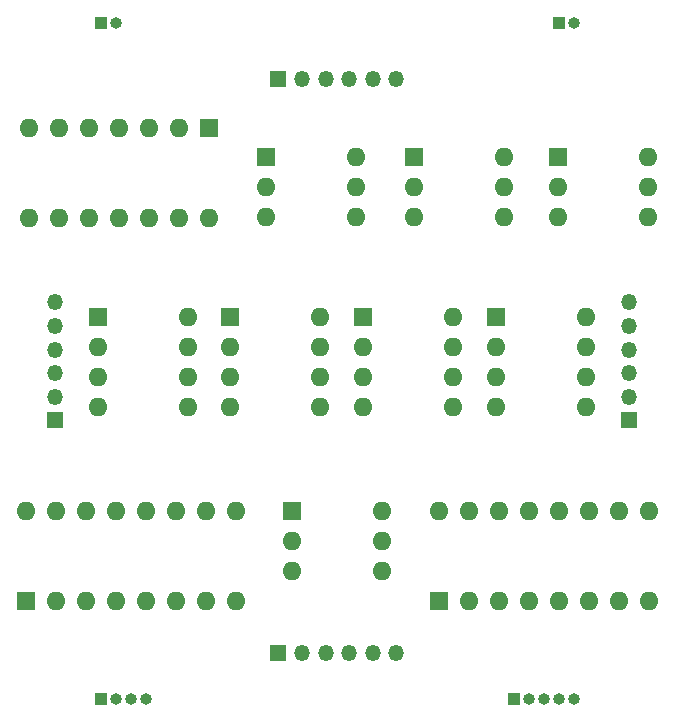
<source format=gbr>
%TF.GenerationSoftware,KiCad,Pcbnew,7.0.1*%
%TF.CreationDate,2023-08-14T10:43:38-04:00*%
%TF.ProjectId,TacTile-D,54616354-696c-4652-9d44-2e6b69636164,rev?*%
%TF.SameCoordinates,Original*%
%TF.FileFunction,Soldermask,Bot*%
%TF.FilePolarity,Negative*%
%FSLAX46Y46*%
G04 Gerber Fmt 4.6, Leading zero omitted, Abs format (unit mm)*
G04 Created by KiCad (PCBNEW 7.0.1) date 2023-08-14 10:43:38*
%MOMM*%
%LPD*%
G01*
G04 APERTURE LIST*
%ADD10R,1.600000X1.600000*%
%ADD11O,1.600000X1.600000*%
%ADD12R,1.350000X1.350000*%
%ADD13O,1.350000X1.350000*%
%ADD14R,1.000000X1.000000*%
%ADD15O,1.000000X1.000000*%
G04 APERTURE END LIST*
D10*
%TO.C,U2*%
X51200000Y-67700000D03*
D11*
X51200000Y-70240000D03*
X51200000Y-72780000D03*
X58820000Y-72780000D03*
X58820000Y-70240000D03*
X58820000Y-67700000D03*
%TD*%
D12*
%TO.C,J1*%
X31100000Y-60000000D03*
D13*
X31100000Y-58000000D03*
X31100000Y-56000000D03*
X31100000Y-54000000D03*
X31100000Y-52000000D03*
X31100000Y-50000000D03*
%TD*%
D10*
%TO.C,U7*%
X34700000Y-51200000D03*
D11*
X34700000Y-53740000D03*
X34700000Y-56280000D03*
X34700000Y-58820000D03*
X42320000Y-58820000D03*
X42320000Y-56280000D03*
X42320000Y-53740000D03*
X42320000Y-51200000D03*
%TD*%
D12*
%TO.C,J2*%
X50000000Y-31100000D03*
D13*
X52000000Y-31100000D03*
X54000000Y-31100000D03*
X56000000Y-31100000D03*
X58000000Y-31100000D03*
X60000000Y-31100000D03*
%TD*%
D10*
%TO.C,U3*%
X28600000Y-75300000D03*
D11*
X31140000Y-75300000D03*
X33680000Y-75300000D03*
X36220000Y-75300000D03*
X38760000Y-75300000D03*
X41300000Y-75300000D03*
X43840000Y-75300000D03*
X46380000Y-75300000D03*
X46380000Y-67680000D03*
X43840000Y-67680000D03*
X41300000Y-67680000D03*
X38760000Y-67680000D03*
X36220000Y-67680000D03*
X33680000Y-67680000D03*
X31140000Y-67680000D03*
X28600000Y-67680000D03*
%TD*%
D12*
%TO.C,J3*%
X79675000Y-60000000D03*
D13*
X79675000Y-58000000D03*
X79675000Y-56000000D03*
X79675000Y-54000000D03*
X79675000Y-52000000D03*
X79675000Y-50000000D03*
%TD*%
D14*
%TO.C,J7*%
X35000000Y-26325000D03*
D15*
X36270000Y-26325000D03*
%TD*%
D10*
%TO.C,U1*%
X68450000Y-51200000D03*
D11*
X68450000Y-53740000D03*
X68450000Y-56280000D03*
X68450000Y-58820000D03*
X76070000Y-58820000D03*
X76070000Y-56280000D03*
X76070000Y-53740000D03*
X76070000Y-51200000D03*
%TD*%
D10*
%TO.C,U6*%
X44125000Y-35250000D03*
D11*
X41585000Y-35250000D03*
X39045000Y-35250000D03*
X36505000Y-35250000D03*
X33965000Y-35250000D03*
X31425000Y-35250000D03*
X28885000Y-35250000D03*
X28885000Y-42870000D03*
X31425000Y-42870000D03*
X33965000Y-42870000D03*
X36505000Y-42870000D03*
X39045000Y-42870000D03*
X41585000Y-42870000D03*
X44125000Y-42870000D03*
%TD*%
D14*
%TO.C,J5*%
X35000000Y-83575000D03*
D15*
X36270000Y-83575000D03*
X37540000Y-83575000D03*
X38810000Y-83575000D03*
%TD*%
D14*
%TO.C,J8*%
X73730000Y-26325000D03*
D15*
X75000000Y-26325000D03*
%TD*%
D10*
%TO.C,U8*%
X48950000Y-37700000D03*
D11*
X48950000Y-40240000D03*
X48950000Y-42780000D03*
X56570000Y-42780000D03*
X56570000Y-40240000D03*
X56570000Y-37700000D03*
%TD*%
D10*
%TO.C,U5*%
X45950000Y-51200000D03*
D11*
X45950000Y-53740000D03*
X45950000Y-56280000D03*
X45950000Y-58820000D03*
X53570000Y-58820000D03*
X53570000Y-56280000D03*
X53570000Y-53740000D03*
X53570000Y-51200000D03*
%TD*%
D12*
%TO.C,J4*%
X50000000Y-79675000D03*
D13*
X52000000Y-79675000D03*
X54000000Y-79675000D03*
X56000000Y-79675000D03*
X58000000Y-79675000D03*
X60000000Y-79675000D03*
%TD*%
D14*
%TO.C,J6*%
X69920000Y-83575000D03*
D15*
X71190000Y-83575000D03*
X72460000Y-83575000D03*
X73730000Y-83575000D03*
X75000000Y-83575000D03*
%TD*%
D10*
%TO.C,U10*%
X73700000Y-37700000D03*
D11*
X73700000Y-40240000D03*
X73700000Y-42780000D03*
X81320000Y-42780000D03*
X81320000Y-40240000D03*
X81320000Y-37700000D03*
%TD*%
D10*
%TO.C,U4*%
X63600000Y-75300000D03*
D11*
X66140000Y-75300000D03*
X68680000Y-75300000D03*
X71220000Y-75300000D03*
X73760000Y-75300000D03*
X76300000Y-75300000D03*
X78840000Y-75300000D03*
X81380000Y-75300000D03*
X81380000Y-67680000D03*
X78840000Y-67680000D03*
X76300000Y-67680000D03*
X73760000Y-67680000D03*
X71220000Y-67680000D03*
X68680000Y-67680000D03*
X66140000Y-67680000D03*
X63600000Y-67680000D03*
%TD*%
D10*
%TO.C,U9*%
X61450000Y-37700000D03*
D11*
X61450000Y-40240000D03*
X61450000Y-42780000D03*
X69070000Y-42780000D03*
X69070000Y-40240000D03*
X69070000Y-37700000D03*
%TD*%
D10*
%TO.C,U11*%
X57200000Y-51200000D03*
D11*
X57200000Y-53740000D03*
X57200000Y-56280000D03*
X57200000Y-58820000D03*
X64820000Y-58820000D03*
X64820000Y-56280000D03*
X64820000Y-53740000D03*
X64820000Y-51200000D03*
%TD*%
M02*

</source>
